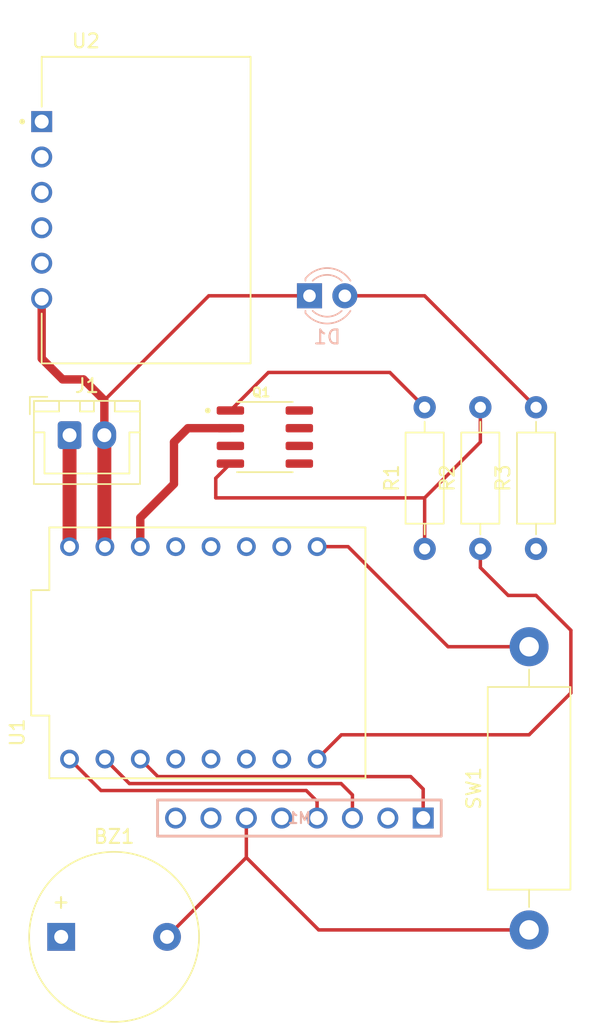
<source format=kicad_pcb>
(kicad_pcb (version 20241229) (generator "pcbnew") (generator_version "9.0")
  (layers (0 "F.Cu" signal) (2 "B.Cu" signal) (13 "F.Paste" user) (15 "B.Paste" user) (5 "F.SilkS" user "F.Silkscreen") (7 "B.SilkS" user "B.Silkscreen") (1 "F.Mask" user) (3 "B.Mask" user) (25 "Edge.Cuts" user))
  (net 0 "")
  (net 1 "GND")
  (net 2 "Net-(BZ1-+)")
  (net 3 "Net-(D1-A)")
  (net 4 "Net-(M1-MOSI)")
  (net 5 "Net-(M1-SDA)")
  (net 6 "+3.3VA")
  (net 7 "Net-(M1-SCK)")
  (net 8 "Net-(M1-MISO)")
  (net 11 "Net-(U1-3V3)")
  (net 12 "Net-(Q1-Pad4)")
  (net 13 "Net-(U1-GPIO21)")
  (net 14 "Net-(U1-GPIO2)")
  (net 15 "Net-(U1-GPIO0)")
  (net 17 "Net-(U1-GPIO9)")
  (net 18 "Net-(U1-GPIO8)")
  (net 20 "+BATT")
  (footprint "Resistor_THT:R_Axial_DIN0207_L6.3mm_D2.5mm_P10.16mm_Horizontal" (layer "F.Cu") (at 105 98.16 90)
    (property "Reference" "R2" (at 5.08 -2.37 90) (layer "F.SilkS"))
    (property "Value" "1K")
    (fp_line (start 9.12 0) (end 8.35 0) (stroke (width 0.12)) (layer "F.SilkS"))
    (fp_line (start 1.04 0) (end 1.81 0) (stroke (width 0.12)) (layer "F.SilkS"))
    (fp_rect (start 1.81 -1.37) (end 8.35 1.37) (stroke (width 0.12)) (fill no) (layer "F.SilkS"))
    (pad "1" thru_hole circle (at 0 0 90) (size 1.6 1.6) (drill 0.8) (layers "*.Cu" "*.Mask") (net 13 "Net-(U1-GPIO21)"))
    (pad "2" thru_hole circle (at 10.16 0 90) (size 1.6 1.6) (drill 0.8) (layers "*.Cu" "*.Mask") (net 12 "Net-(Q1-Pad4)"))
  )
  (footprint "AO4435:SOIC127P600X175-8N" (layer "F.Cu") (at 89.525 90.135)
    (property "Reference" "Q1" (at -0.268 -3.2064 0) (layer "F.SilkS") (effects (font (size 0.64 0.64))))
    (property "Value" "AO4435")
    (fp_line (start -2 -2.519) (end 2 -2.519) (stroke (width 0.127)) (layer "F.SilkS"))
    (fp_line (start -2 2.519) (end 2 2.519) (stroke (width 0.127)) (layer "F.SilkS"))
    (fp_circle (center -4.1 -1.9) (end -4 -1.9) (stroke (width 0.2)) (fill no) (layer "F.SilkS"))
    (pad "1" smd roundrect (at -2.475 -1.905) (size 1.97 0.6) (layers "F.Cu" "F.Mask" "F.Paste") (net 11 "Net-(U1-3V3)"))
    (pad "2" smd roundrect (at -2.475 -0.635) (size 1.97 0.6) (layers "F.Cu" "F.Mask" "F.Paste") (net 11 "Net-(U1-3V3)"))
    (pad "3" smd roundrect (at -2.475 0.635) (size 1.97 0.6) (layers "F.Cu" "F.Mask" "F.Paste") (net 11 "Net-(U1-3V3)"))
    (pad "4" smd roundrect (at -2.475 1.905) (size 1.97 0.6) (layers "F.Cu" "F.Mask" "F.Paste") (net 12 "Net-(Q1-Pad4)"))
    (pad "5" smd roundrect (at 2.475 1.905) (size 1.97 0.6) (layers "F.Cu" "F.Mask" "F.Paste") (net 6 "+3.3VA"))
    (pad "6" smd roundrect (at 2.475 0.635) (size 1.97 0.6) (layers "F.Cu" "F.Mask" "F.Paste") (net 6 "+3.3VA"))
    (pad "7" smd roundrect (at 2.475 -0.635) (size 1.97 0.6) (layers "F.Cu" "F.Mask" "F.Paste") (net 6 "+3.3VA"))
    (pad "8" smd roundrect (at 2.475 -1.905) (size 1.97 0.6) (layers "F.Cu" "F.Mask" "F.Paste") (net 6 "+3.3VA"))
  )
  (footprint "ESP32-C3_SUPERMINI_TH:MODULE_ESP32-C3_SUPERMINI_TH" (layer "F.Cu") (at 85.4 105.62 90)
    (property "Reference" "U1" (at -5.715 -13.6525 90) (layer "F.SilkS"))
    (property "Value" "ESP32-C3_SUPERMINI_TH")
    (fp_line (start 4.5 -12.65) (end -4.5 -12.65) (stroke (width 0.127)) (layer "F.SilkS"))
    (fp_line (start 4.5 -12.65) (end 4.5 -11.35) (stroke (width 0.127)) (layer "F.SilkS"))
    (fp_line (start -4.5 -12.65) (end -4.5 -11.35) (stroke (width 0.127)) (layer "F.SilkS"))
    (fp_line (start 9 -11.35) (end 4.5 -11.35) (stroke (width 0.127)) (layer "F.SilkS"))
    (fp_line (start -4.5 -11.35) (end -9 -11.35) (stroke (width 0.127)) (layer "F.SilkS"))
    (fp_line (start 9 11.35) (end 9 -11.35) (stroke (width 0.127)) (layer "F.SilkS"))
    (fp_line (start 9 11.35) (end -9 11.35) (stroke (width 0.127)) (layer "F.SilkS"))
    (fp_line (start -9 11.35) (end -9 -11.35) (stroke (width 0.127)) (layer "F.SilkS"))
    (pad "0" thru_hole circle (at 7.62 7.88 90) (size 1.348 1.348) (drill 0.84) (layers "*.Cu" "*.Mask") (net 15 "Net-(U1-GPIO0)"))
    (pad "1" thru_hole circle (at 7.62 5.34 90) (size 1.348 1.348) (drill 0.84) (layers "*.Cu" "*.Mask"))
    (pad "2" thru_hole circle (at 7.62 2.8 90) (size 1.348 1.348) (drill 0.84) (layers "*.Cu" "*.Mask") (net 14 "Net-(U1-GPIO2)"))
    (pad "3" thru_hole circle (at 7.62 0.26 90) (size 1.348 1.348) (drill 0.84) (layers "*.Cu" "*.Mask") (net 2 "Net-(BZ1-+)"))
    (pad "3.3" thru_hole circle (at 7.62 -4.82 90) (size 1.348 1.348) (drill 0.84) (layers "*.Cu" "*.Mask") (net 11 "Net-(U1-3V3)"))
    (pad "4" thru_hole circle (at 7.62 -2.28 90) (size 1.348 1.348) (drill 0.84) (layers "*.Cu" "*.Mask") (net 7 "Net-(M1-SCK)"))
    (pad "5" thru_hole circle (at -7.62 -9.9 90) (size 1.348 1.348) (drill 0.84) (layers "*.Cu" "*.Mask") (net 8 "Net-(M1-MISO)"))
    (pad "5V" thru_hole circle (at 7.62 -9.9 90) (size 1.348 1.348) (drill 0.84) (layers "*.Cu" "*.Mask") (net 20 "+BATT"))
    (pad "6" thru_hole circle (at -7.62 -7.36 90) (size 1.348 1.348) (drill 0.84) (layers "*.Cu" "*.Mask") (net 4 "Net-(M1-MOSI)"))
    (pad "7" thru_hole circle (at -7.62 -4.82 90) (size 1.348 1.348) (drill 0.84) (layers "*.Cu" "*.Mask") (net 5 "Net-(M1-SDA)"))
    (pad "8" thru_hole circle (at -7.62 -2.28 90) (size 1.348 1.348) (drill 0.84) (layers "*.Cu" "*.Mask") (net 18 "Net-(U1-GPIO8)"))
    (pad "9" thru_hole circle (at -7.62 0.26 90) (size 1.348 1.348) (drill 0.84) (layers "*.Cu" "*.Mask") (net 17 "Net-(U1-GPIO9)"))
    (pad "10" thru_hole circle (at -7.62 2.8 90) (size 1.348 1.348) (drill 0.84) (layers "*.Cu" "*.Mask"))
    (pad "20" thru_hole circle (at -7.62 5.34 90) (size 1.348 1.348) (drill 0.84) (layers "*.Cu" "*.Mask"))
    (pad "21" thru_hole circle (at -7.62 7.88 90) (size 1.348 1.348) (drill 0.84) (layers "*.Cu" "*.Mask") (net 13 "Net-(U1-GPIO21)"))
    (pad "G" thru_hole circle (at 7.62 -7.36 90) (size 1.348 1.348) (drill 0.84) (layers "*.Cu" "*.Mask") (net 1 "GND"))
  )
  (footprint "Buzzer_Beeper:Buzzer_12x9.5RM7.6" (layer "F.Cu") (at 74.9 126)
    (property "Reference" "BZ1" (at 3.8 -7.2 0) (layer "F.SilkS"))
    (property "Value" "Buzzer")
    (fp_circle (center 3.8 0) (end 9.9 0) (stroke (width 0.12)) (fill no) (layer "F.SilkS"))
    (fp_text user "+" (at -0.01 -2.54 0) (layer "F.SilkS"))
    (pad "1" thru_hole rect (at 0 0) (size 2 2) (drill 1) (layers "*.Cu" "*.Mask") (net 2 "Net-(BZ1-+)"))
    (pad "2" thru_hole circle (at 7.6 0) (size 2 2) (drill 1) (layers "*.Cu" "*.Mask") (net 1 "GND"))
  )
  (footprint "Resistor_THT:R_Axial_DIN0207_L6.3mm_D2.5mm_P10.16mm_Horizontal" (layer "F.Cu") (at 109 98.16 90)
    (property "Reference" "R3" (at 5.08 -2.37 90) (layer "F.SilkS"))
    (property "Value" "100")
    (fp_line (start 9.12 0) (end 8.35 0) (stroke (width 0.12)) (layer "F.SilkS"))
    (fp_line (start 1.04 0) (end 1.81 0) (stroke (width 0.12)) (layer "F.SilkS"))
    (fp_rect (start 1.81 -1.37) (end 8.35 1.37) (stroke (width 0.12)) (fill no) (layer "F.SilkS"))
    (pad "1" thru_hole circle (at 0 0 90) (size 1.6 1.6) (drill 0.8) (layers "*.Cu" "*.Mask") (net 14 "Net-(U1-GPIO2)"))
    (pad "2" thru_hole circle (at 10.16 0 90) (size 1.6 1.6) (drill 0.8) (layers "*.Cu" "*.Mask") (net 3 "Net-(D1-A)"))
  )
  (footprint "Resistor_THT:R_Axial_DIN0207_L6.3mm_D2.5mm_P10.16mm_Horizontal" (layer "F.Cu") (at 101 98.16 90)
    (property "Reference" "R1" (at 5.08 -2.37 90) (layer "F.SilkS"))
    (property "Value" "100K")
    (fp_line (start 9.12 0) (end 8.35 0) (stroke (width 0.12)) (layer "F.SilkS"))
    (fp_line (start 1.04 0) (end 1.81 0) (stroke (width 0.12)) (layer "F.SilkS"))
    (fp_rect (start 1.81 -1.37) (end 8.35 1.37) (stroke (width 0.12)) (fill no) (layer "F.SilkS"))
    (pad "1" thru_hole circle (at 0 0 90) (size 1.6 1.6) (drill 0.8) (layers "*.Cu" "*.Mask") (net 12 "Net-(Q1-Pad4)"))
    (pad "2" thru_hole circle (at 10.16 0 90) (size 1.6 1.6) (drill 0.8) (layers "*.Cu" "*.Mask") (net 11 "Net-(U1-3V3)"))
  )
  (footprint "Resistor_THT:R_Axial_DIN0614_L14.3mm_D5.7mm_P20.32mm_Horizontal" (layer "F.Cu") (at 108.5 125.5 90)
    (property "Reference" "SW1" (at 10.16 -3.97 90) (layer "F.SilkS"))
    (property "Value" "SW_Push")
    (fp_line (start 18.68 0) (end 17.43 0) (stroke (width 0.12)) (layer "F.SilkS"))
    (fp_line (start 1.64 0) (end 2.89 0) (stroke (width 0.12)) (layer "F.SilkS"))
    (fp_rect (start 2.89 -2.97) (end 17.43 2.97) (stroke (width 0.12)) (fill no) (layer "F.SilkS"))
    (pad "1" thru_hole circle (at 0 0 90) (size 2.8 2.8) (drill 1.4) (layers "*.Cu" "*.Mask") (net 1 "GND"))
    (pad "2" thru_hole circle (at 20.32 0 90) (size 2.8 2.8) (drill 1.4) (layers "*.Cu" "*.Mask") (net 15 "Net-(U1-GPIO0)"))
  )
  (footprint "Connector_JST:JST_XH_B2B-XH-A_1x02_P2.50mm_Vertical" (layer "F.Cu") (at 75.5 90)
    (property "Reference" "J1" (at 1.25 -3.55 0) (layer "F.SilkS"))
    (property "Value" "Conn_01x02_Pin")
    (fp_line (start -2.85 -2.75) (end -2.85 -1.5) (stroke (width 0.12)) (layer "F.SilkS"))
    (fp_line (start -2.56 -2.46) (end -2.56 3.51) (stroke (width 0.12)) (layer "F.SilkS"))
    (fp_line (start -2.56 3.51) (end 5.06 3.51) (stroke (width 0.12)) (layer "F.SilkS"))
    (fp_line (start -2.55 -2.45) (end -2.55 -1.7) (stroke (width 0.12)) (layer "F.SilkS"))
    (fp_line (start -2.55 -1.7) (end -0.75 -1.7) (stroke (width 0.12)) (layer "F.SilkS"))
    (fp_line (start -2.55 -0.2) (end -1.8 -0.2) (stroke (width 0.12)) (layer "F.SilkS"))
    (fp_line (start -1.8 -0.2) (end -1.8 2.75) (stroke (width 0.12)) (layer "F.SilkS"))
    (fp_line (start -1.8 2.75) (end 1.25 2.75) (stroke (width 0.12)) (layer "F.SilkS"))
    (fp_line (start -1.6 -2.75) (end -2.85 -2.75) (stroke (width 0.12)) (layer "F.SilkS"))
    (fp_line (start -0.75 -2.45) (end -2.55 -2.45) (stroke (width 0.12)) (layer "F.SilkS"))
    (fp_line (start -0.75 -1.7) (end -0.75 -2.45) (stroke (width 0.12)) (layer "F.SilkS"))
    (fp_line (start 0.75 -2.45) (end 0.75 -1.7) (stroke (width 0.12)) (layer "F.SilkS"))
    (fp_line (start 0.75 -1.7) (end 1.75 -1.7) (stroke (width 0.12)) (layer "F.SilkS"))
    (fp_line (start 1.75 -2.45) (end 0.75 -2.45) (stroke (width 0.12)) (layer "F.SilkS"))
    (fp_line (start 1.75 -1.7) (end 1.75 -2.45) (stroke (width 0.12)) (layer "F.SilkS"))
    (fp_line (start 3.25 -2.45) (end 3.25 -1.7) (stroke (width 0.12)) (layer "F.SilkS"))
    (fp_line (start 3.25 -1.7) (end 5.05 -1.7) (stroke (width 0.12)) (layer "F.SilkS"))
    (fp_line (start 4.3 -0.2) (end 4.3 2.75) (stroke (width 0.12)) (layer "F.SilkS"))
    (fp_line (start 4.3 2.75) (end 1.25 2.75) (stroke (width 0.12)) (layer "F.SilkS"))
    (fp_line (start 5.05 -2.45) (end 3.25 -2.45) (stroke (width 0.12)) (layer "F.SilkS"))
    (fp_line (start 5.05 -1.7) (end 5.05 -2.45) (stroke (width 0.12)) (layer "F.SilkS"))
    (fp_line (start 5.05 -0.2) (end 4.3 -0.2) (stroke (width 0.12)) (layer "F.SilkS"))
    (fp_line (start 5.06 -2.46) (end -2.56 -2.46) (stroke (width 0.12)) (layer "F.SilkS"))
    (fp_line (start 5.06 3.51) (end 5.06 -2.46) (stroke (width 0.12)) (layer "F.SilkS"))
    (pad "1" thru_hole roundrect (at 0 0) (size 1.7 2) (drill 1) (layers "*.Cu" "*.Mask") (roundrect_rratio 0.147059) (net 20 "+BATT"))
    (pad "2" thru_hole oval (at 2.5 0) (size 1.7 2) (drill 1) (layers "*.Cu" "*.Mask") (net 1 "GND"))
  )
  (footprint "TC00500:MODULE_TC00500" (layer "F.Cu") (at 73.5 73.85)
    (property "Reference" "U2" (at 3.175 -12.135 0) (layer "F.SilkS"))
    (property "Value" "TC00500")
    (fp_line (start 0 -11) (end 15 -11) (stroke (width 0.127)) (layer "F.SilkS"))
    (fp_line (start 0 -7.424) (end 0 -11) (stroke (width 0.127)) (layer "F.SilkS"))
    (fp_line (start 0 11) (end 0 7.424) (stroke (width 0.127)) (layer "F.SilkS"))
    (fp_line (start 15 -11) (end 15 11) (stroke (width 0.127)) (layer "F.SilkS"))
    (fp_line (start 15 11) (end 0 11) (stroke (width 0.127)) (layer "F.SilkS"))
    (fp_circle (center -1.4 -6.35) (end -1.3 -6.35) (stroke (width 0.2)) (fill no) (layer "F.SilkS"))
    (pad "1" thru_hole rect (at 0 -6.35) (size 1.508 1.508) (drill 1) (layers "*.Cu" "*.Mask"))
    (pad "2" thru_hole circle (at 0 -3.81) (size 1.508 1.508) (drill 1) (layers "*.Cu" "*.Mask"))
    (pad "3" thru_hole circle (at 0 -1.27) (size 1.508 1.508) (drill 1) (layers "*.Cu" "*.Mask") (net 17 "Net-(U1-GPIO9)"))
    (pad "4" thru_hole circle (at 0 1.27) (size 1.508 1.508) (drill 1) (layers "*.Cu" "*.Mask") (net 18 "Net-(U1-GPIO8)"))
    (pad "5" thru_hole circle (at 0 3.81) (size 1.508 1.508) (drill 1) (layers "*.Cu" "*.Mask") (net 6 "+3.3VA"))
    (pad "6" thru_hole circle (at 0 6.35) (size 1.508 1.508) (drill 1) (layers "*.Cu" "*.Mask") (net 1 "GND"))
  )
  (footprint "RFID-RC522:RFID-RC522" (layer "B.Cu") (at 92.0054 117.4744 180)
    (property "Reference" "M1" (at 0 0 0) (layer "B.SilkS") (effects (font (size 0.787402 0.787402)) (justify mirror)))
    (property "Value" "RFID-RC522")
    (property "VALUE" "" (hide yes))
    (fp_line (start 10.1854 1.2954) (end 10.1854 -1.2954) (stroke (width 0.2032)) (layer "B.SilkS"))
    (fp_line (start 10.1854 -1.2954) (end -10.1854 -1.2954) (stroke (width 0.2032)) (layer "B.SilkS"))
    (fp_line (start -10.1854 1.2954) (end 10.1854 1.2954) (stroke (width 0.2032)) (layer "B.SilkS"))
    (fp_line (start -10.1854 -1.2954) (end -10.1854 1.2954) (stroke (width 0.2032)) (layer "B.SilkS"))
    (pad "1" thru_hole rect (at -8.89 0 180) (size 1.508 1.508) (drill 1) (layers "*.Cu" "*.Mask") (net 5 "Net-(M1-SDA)"))
    (pad "2" thru_hole circle (at -6.35 0 180) (size 1.508 1.508) (drill 1) (layers "*.Cu" "*.Mask") (net 7 "Net-(M1-SCK)"))
    (pad "3" thru_hole circle (at -3.81 0 180) (size 1.508 1.508) (drill 1) (layers "*.Cu" "*.Mask") (net 4 "Net-(M1-MOSI)"))
    (pad "4" thru_hole circle (at -1.27 0 180) (size 1.508 1.508) (drill 1) (layers "*.Cu" "*.Mask") (net 8 "Net-(M1-MISO)"))
    (pad "5" thru_hole circle (at 1.27 0 180) (size 1.508 1.508) (drill 1) (layers "*.Cu" "*.Mask"))
    (pad "6" thru_hole circle (at 3.81 0 180) (size 1.508 1.508) (drill 1) (layers "*.Cu" "*.Mask") (net 1 "GND"))
    (pad "7" thru_hole circle (at 6.35 0 180) (size 1.508 1.508) (drill 1) (layers "*.Cu" "*.Mask"))
    (pad "8" thru_hole circle (at 8.89 0 180) (size 1.508 1.508) (drill 1) (layers "*.Cu" "*.Mask") (net 6 "+3.3VA"))
  )
  (footprint "LED_THT:LED_D3.0mm" (layer "B.Cu") (at 92.73 80)
    (property "Reference" "D1" (at 1.27 2.96 0) (layer "B.SilkS") (effects (justify mirror)))
    (property "Value" "LED")
    (fp_line (start -0.29 -1.08) (end -0.29 -1.236) (stroke (width 0.12)) (layer "B.SilkS"))
    (fp_line (start -0.29 1.236) (end -0.29 1.08) (stroke (width 0.12)) (layer "B.SilkS"))
    (fp_arc (start -0.29 -1.235516) (mid 1.36566 -1.987699) (end 2.941437 -1.08) (stroke (width 0.12)) (layer "B.SilkS"))
    (fp_arc (start 0.229039 -1.08) (mid 1.27 -1.5) (end 2.310961 -1.08) (stroke (width 0.12)) (layer "B.SilkS"))
    (fp_arc (start 2.310961 1.08) (mid 1.27 1.5) (end 0.229039 1.08) (stroke (width 0.12)) (layer "B.SilkS"))
    (fp_arc (start 2.941437 1.08) (mid 1.36566 1.9877) (end -0.29 1.235516) (stroke (width 0.12)) (layer "B.SilkS"))
    (pad "1" thru_hole rect (at 0 0) (size 1.8 1.8) (drill 0.9) (layers "*.Cu" "*.Mask") (net 1 "GND"))
    (pad "2" thru_hole circle (at 2.54 0) (size 1.8 1.8) (drill 0.9) (layers "*.Cu" "*.Mask") (net 3 "Net-(D1-A)"))
  )
  (segment (start 78 87.5) (end 78 90) (width 0.6) (layer "F.Cu") (net 1))
  (segment (start 78 97.96) (end 78.04 98) (width 1) (layer "F.Cu") (net 1))
  (segment (start 76.5 86) (end 78 87.5) (width 0.6) (layer "F.Cu") (net 1))
  (segment (start 73.5 80.2) (end 73.5 84.5) (width 0.6) (layer "F.Cu") (net 1))
  (segment (start 93.3908 125.5) (end 88.1954 120.3046) (width 0.25) (layer "F.Cu") (net 1))
  (segment (start 78 90) (end 78 97.96) (width 1) (layer "F.Cu") (net 1))
  (segment (start 88.1954 120.3046) (end 82.5 126) (width 0.25) (layer "F.Cu") (net 1))
  (segment (start 92.73 80) (end 85.5 80) (width 0.25) (layer "F.Cu") (net 1))
  (segment (start 75 86) (end 76.5 86) (width 0.6) (layer "F.Cu") (net 1))
  (segment (start 88.1954 117.4744) (end 88.1954 120.3046) (width 0.25) (layer "F.Cu") (net 1))
  (segment (start 73.5 84.5) (end 75 86) (width 0.6) (layer "F.Cu") (net 1))
  (segment (start 85.5 80) (end 78 87.5) (width 0.25) (layer "F.Cu") (net 1))
  (segment (start 108.5 125.5) (end 93.3908 125.5) (width 0.25) (layer "F.Cu") (net 1))
  (segment (start 95.27 80) (end 101 80) (width 0.25) (layer "F.Cu") (net 3))
  (segment (start 101 80) (end 109 88) (width 0.25) (layer "F.Cu") (net 3))
  (segment (start 79.8 115) (end 78.04 113.24) (width 0.25) (layer "F.Cu") (net 4))
  (segment (start 95.8154 115.8154) (end 95 115) (width 0.25) (layer "F.Cu") (net 4))
  (segment (start 95.8154 117.4744) (end 95.8154 115.8154) (width 0.25) (layer "F.Cu") (net 4))
  (segment (start 95 115) (end 79.8 115) (width 0.25) (layer "F.Cu") (net 4))
  (segment (start 100 114.5) (end 81.84 114.5) (width 0.25) (layer "F.Cu") (net 5))
  (segment (start 100.8954 117.4744) (end 100.8954 115.3954) (width 0.25) (layer "F.Cu") (net 5))
  (segment (start 100.8954 115.3954) (end 100 114.5) (width 0.25) (layer "F.Cu") (net 5))
  (segment (start 81.84 114.5) (end 80.58 113.24) (width 0.25) (layer "F.Cu") (net 5))
  (segment (start 92.5 115.5) (end 77.76 115.5) (width 0.25) (layer "F.Cu") (net 8))
  (segment (start 93.2754 116.2754) (end 92.5 115.5) (width 0.25) (layer "F.Cu") (net 8))
  (segment (start 77.76 115.5) (end 75.5 113.24) (width 0.25) (layer "F.Cu") (net 8))
  (segment (start 93.2754 117.4744) (end 93.2754 116.2754) (width 0.25) (layer "F.Cu") (net 8))
  (segment (start 80.58 98) (end 80.58 95.92) (width 0.6) (layer "F.Cu") (net 11))
  (segment (start 98.5 85.5) (end 89.78 85.5) (width 0.25) (layer "F.Cu") (net 11))
  (segment (start 101 88) (end 98.5 85.5) (width 0.25) (layer "F.Cu") (net 11))
  (segment (start 89.78 85.5) (end 87.05 88.23) (width 0.25) (layer "F.Cu") (net 11))
  (segment (start 83 90.5) (end 84 89.5) (width 0.6) (layer "F.Cu") (net 11))
  (segment (start 83 93.5) (end 83 90.5) (width 0.6) (layer "F.Cu") (net 11))
  (segment (start 84 89.5) (end 87.05 89.5) (width 0.6) (layer "F.Cu") (net 11))
  (segment (start 80.58 95.92) (end 83 93.5) (width 0.6) (layer "F.Cu") (net 11))
  (segment (start 101 98.16) (end 101 94.5) (width 0.25) (layer "F.Cu") (net 12))
  (segment (start 101 94.5) (end 86 94.5) (width 0.25) (layer "F.Cu") (net 12))
  (segment (start 105 90.5) (end 105 88) (width 0.25) (layer "F.Cu") (net 12))
  (segment (start 86 94.5) (end 86 93.09) (width 0.25) (layer "F.Cu") (net 12))
  (segment (start 86 93.09) (end 87.05 92.04) (width 0.25) (layer "F.Cu") (net 12))
  (segment (start 101 94.5) (end 105 90.5) (width 0.25) (layer "F.Cu") (net 12))
  (segment (start 105 99.5) (end 105 98.16) (width 0.25) (layer "F.Cu") (net 13))
  (segment (start 109 101.5) (end 107 101.5) (width 0.25) (layer "F.Cu") (net 13))
  (segment (start 93.28 113.24) (end 95.02 111.5) (width 0.25) (layer "F.Cu") (net 13))
  (segment (start 111.5 104) (end 109 101.5) (width 0.25) (layer "F.Cu") (net 13))
  (segment (start 107 101.5) (end 105 99.5) (width 0.25) (layer "F.Cu") (net 13))
  (segment (start 108.5 111.5) (end 111.5 108.5) (width 0.25) (layer "F.Cu") (net 13))
  (segment (start 95.02 111.5) (end 108.5 111.5) (width 0.25) (layer "F.Cu") (net 13))
  (segment (start 111.5 108.5) (end 111.5 104) (width 0.25) (layer "F.Cu") (net 13))
  (segment (start 93.28 98) (end 95.5 98) (width 0.25) (layer "F.Cu") (net 15))
  (segment (start 102.68 105.18) (end 108.5 105.18) (width 0.25) (layer "F.Cu") (net 15))
  (segment (start 95.5 98) (end 102.68 105.18) (width 0.25) (layer "F.Cu") (net 15))
  (segment (start 75.5 90) (end 75.5 98) (width 1) (layer "F.Cu") (net 20))
)
</source>
